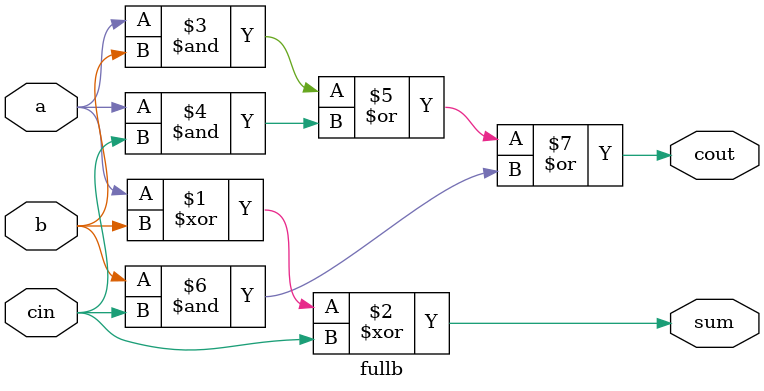
<source format=v>
`timescale 1ns / 1ps
module fullb(a, b, cin, sum, cout
    );

input a, b, cin;
output sum, cout;

assign sum = a ^ b ^ cin;
assign cout = (a&b)|(a&cin)|(b&cin);

endmodule

</source>
